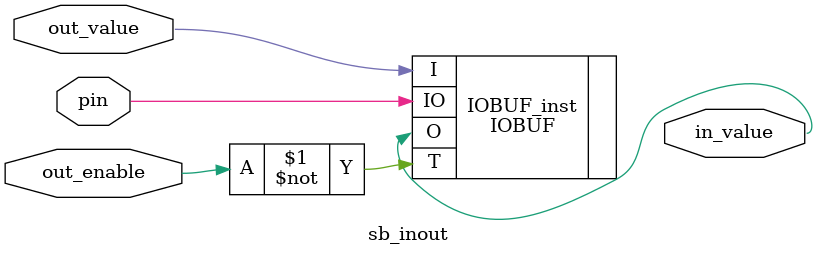
<source format=sv>
`default_nettype none
`timescale 1ns / 1ps

module sb_inout(
	inout wire pin,
	input wire out_enable,
	input wire out_value,
	output wire in_value
);

IOBUF #(
   .DRIVE(12), // Specify the output drive strength
   .IBUF_LOW_PWR("TRUE"),  // Low Power - "TRUE", High Performance = "FALSE"
   .IOSTANDARD("DEFAULT"), // Specify the I/O standard
   .SLEW("SLOW") // Specify the output slew rate
) IOBUF_inst (
   .O(in_value),     // Buffer output
   .IO(pin),   // Buffer inout port (connect directly to top-level port)
   .I(out_value),     // Buffer input
   .T(~out_enable)      // 3-state enable input, high=input, low=output
);

endmodule

</source>
